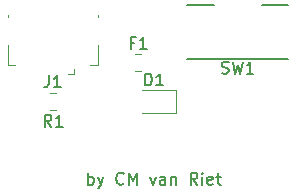
<source format=gbr>
G04 #@! TF.GenerationSoftware,KiCad,Pcbnew,(5.1.5)-3*
G04 #@! TF.CreationDate,2021-05-02T18:30:09+02:00*
G04 #@! TF.ProjectId,Stacked desk light,53746163-6b65-4642-9064-65736b206c69,rev?*
G04 #@! TF.SameCoordinates,Original*
G04 #@! TF.FileFunction,Legend,Top*
G04 #@! TF.FilePolarity,Positive*
%FSLAX46Y46*%
G04 Gerber Fmt 4.6, Leading zero omitted, Abs format (unit mm)*
G04 Created by KiCad (PCBNEW (5.1.5)-3) date 2021-05-02 18:30:09*
%MOMM*%
%LPD*%
G04 APERTURE LIST*
%ADD10C,0.150000*%
%ADD11C,0.120000*%
G04 APERTURE END LIST*
D10*
X94452380Y-106952380D02*
X94452380Y-105952380D01*
X94452380Y-106333333D02*
X94547619Y-106285714D01*
X94738095Y-106285714D01*
X94833333Y-106333333D01*
X94880952Y-106380952D01*
X94928571Y-106476190D01*
X94928571Y-106761904D01*
X94880952Y-106857142D01*
X94833333Y-106904761D01*
X94738095Y-106952380D01*
X94547619Y-106952380D01*
X94452380Y-106904761D01*
X95261904Y-106285714D02*
X95500000Y-106952380D01*
X95738095Y-106285714D02*
X95500000Y-106952380D01*
X95404761Y-107190476D01*
X95357142Y-107238095D01*
X95261904Y-107285714D01*
X97452380Y-106857142D02*
X97404761Y-106904761D01*
X97261904Y-106952380D01*
X97166666Y-106952380D01*
X97023809Y-106904761D01*
X96928571Y-106809523D01*
X96880952Y-106714285D01*
X96833333Y-106523809D01*
X96833333Y-106380952D01*
X96880952Y-106190476D01*
X96928571Y-106095238D01*
X97023809Y-106000000D01*
X97166666Y-105952380D01*
X97261904Y-105952380D01*
X97404761Y-106000000D01*
X97452380Y-106047619D01*
X97880952Y-106952380D02*
X97880952Y-105952380D01*
X98214285Y-106666666D01*
X98547619Y-105952380D01*
X98547619Y-106952380D01*
X99690476Y-106285714D02*
X99928571Y-106952380D01*
X100166666Y-106285714D01*
X100976190Y-106952380D02*
X100976190Y-106428571D01*
X100928571Y-106333333D01*
X100833333Y-106285714D01*
X100642857Y-106285714D01*
X100547619Y-106333333D01*
X100976190Y-106904761D02*
X100880952Y-106952380D01*
X100642857Y-106952380D01*
X100547619Y-106904761D01*
X100500000Y-106809523D01*
X100500000Y-106714285D01*
X100547619Y-106619047D01*
X100642857Y-106571428D01*
X100880952Y-106571428D01*
X100976190Y-106523809D01*
X101452380Y-106285714D02*
X101452380Y-106952380D01*
X101452380Y-106380952D02*
X101500000Y-106333333D01*
X101595238Y-106285714D01*
X101738095Y-106285714D01*
X101833333Y-106333333D01*
X101880952Y-106428571D01*
X101880952Y-106952380D01*
X103690476Y-106952380D02*
X103357142Y-106476190D01*
X103119047Y-106952380D02*
X103119047Y-105952380D01*
X103500000Y-105952380D01*
X103595238Y-106000000D01*
X103642857Y-106047619D01*
X103690476Y-106142857D01*
X103690476Y-106285714D01*
X103642857Y-106380952D01*
X103595238Y-106428571D01*
X103500000Y-106476190D01*
X103119047Y-106476190D01*
X104119047Y-106952380D02*
X104119047Y-106285714D01*
X104119047Y-105952380D02*
X104071428Y-106000000D01*
X104119047Y-106047619D01*
X104166666Y-106000000D01*
X104119047Y-105952380D01*
X104119047Y-106047619D01*
X104976190Y-106904761D02*
X104880952Y-106952380D01*
X104690476Y-106952380D01*
X104595238Y-106904761D01*
X104547619Y-106809523D01*
X104547619Y-106428571D01*
X104595238Y-106333333D01*
X104690476Y-106285714D01*
X104880952Y-106285714D01*
X104976190Y-106333333D01*
X105023809Y-106428571D01*
X105023809Y-106523809D01*
X104547619Y-106619047D01*
X105309523Y-106285714D02*
X105690476Y-106285714D01*
X105452380Y-105952380D02*
X105452380Y-106809523D01*
X105500000Y-106904761D01*
X105595238Y-106952380D01*
X105690476Y-106952380D01*
X105100000Y-91750000D02*
X102800000Y-91750000D01*
X111400000Y-91750000D02*
X109200000Y-91750000D01*
X111400000Y-96350000D02*
X102800000Y-96350000D01*
D11*
X98961252Y-95890000D02*
X98438748Y-95890000D01*
X98961252Y-97310000D02*
X98438748Y-97310000D01*
X93210000Y-97560000D02*
X93210000Y-97170000D01*
X93210000Y-97560000D02*
X92760000Y-97560000D01*
X87640000Y-96860000D02*
X88290000Y-96860000D01*
X87640000Y-95130000D02*
X87640000Y-96860000D01*
X95260000Y-92560000D02*
X95260000Y-92770000D01*
X87640000Y-92560000D02*
X87640000Y-92770000D01*
X95260000Y-95130000D02*
X95260000Y-96860000D01*
X95260000Y-96860000D02*
X94600000Y-96860000D01*
X91756252Y-99190000D02*
X91233748Y-99190000D01*
X91756252Y-100610000D02*
X91233748Y-100610000D01*
X101865000Y-98940000D02*
X99005000Y-98940000D01*
X101865000Y-100860000D02*
X101865000Y-98940000D01*
X99005000Y-100860000D02*
X101865000Y-100860000D01*
D10*
X105766666Y-97504761D02*
X105909523Y-97552380D01*
X106147619Y-97552380D01*
X106242857Y-97504761D01*
X106290476Y-97457142D01*
X106338095Y-97361904D01*
X106338095Y-97266666D01*
X106290476Y-97171428D01*
X106242857Y-97123809D01*
X106147619Y-97076190D01*
X105957142Y-97028571D01*
X105861904Y-96980952D01*
X105814285Y-96933333D01*
X105766666Y-96838095D01*
X105766666Y-96742857D01*
X105814285Y-96647619D01*
X105861904Y-96600000D01*
X105957142Y-96552380D01*
X106195238Y-96552380D01*
X106338095Y-96600000D01*
X106671428Y-96552380D02*
X106909523Y-97552380D01*
X107100000Y-96838095D01*
X107290476Y-97552380D01*
X107528571Y-96552380D01*
X108433333Y-97552380D02*
X107861904Y-97552380D01*
X108147619Y-97552380D02*
X108147619Y-96552380D01*
X108052380Y-96695238D01*
X107957142Y-96790476D01*
X107861904Y-96838095D01*
X98366666Y-94928571D02*
X98033333Y-94928571D01*
X98033333Y-95452380D02*
X98033333Y-94452380D01*
X98509523Y-94452380D01*
X99414285Y-95452380D02*
X98842857Y-95452380D01*
X99128571Y-95452380D02*
X99128571Y-94452380D01*
X99033333Y-94595238D01*
X98938095Y-94690476D01*
X98842857Y-94738095D01*
X91116666Y-97702380D02*
X91116666Y-98416666D01*
X91069047Y-98559523D01*
X90973809Y-98654761D01*
X90830952Y-98702380D01*
X90735714Y-98702380D01*
X92116666Y-98702380D02*
X91545238Y-98702380D01*
X91830952Y-98702380D02*
X91830952Y-97702380D01*
X91735714Y-97845238D01*
X91640476Y-97940476D01*
X91545238Y-97988095D01*
X91333333Y-102052380D02*
X91000000Y-101576190D01*
X90761904Y-102052380D02*
X90761904Y-101052380D01*
X91142857Y-101052380D01*
X91238095Y-101100000D01*
X91285714Y-101147619D01*
X91333333Y-101242857D01*
X91333333Y-101385714D01*
X91285714Y-101480952D01*
X91238095Y-101528571D01*
X91142857Y-101576190D01*
X90761904Y-101576190D01*
X92285714Y-102052380D02*
X91714285Y-102052380D01*
X92000000Y-102052380D02*
X92000000Y-101052380D01*
X91904761Y-101195238D01*
X91809523Y-101290476D01*
X91714285Y-101338095D01*
X99271904Y-98552380D02*
X99271904Y-97552380D01*
X99510000Y-97552380D01*
X99652857Y-97600000D01*
X99748095Y-97695238D01*
X99795714Y-97790476D01*
X99843333Y-97980952D01*
X99843333Y-98123809D01*
X99795714Y-98314285D01*
X99748095Y-98409523D01*
X99652857Y-98504761D01*
X99510000Y-98552380D01*
X99271904Y-98552380D01*
X100795714Y-98552380D02*
X100224285Y-98552380D01*
X100510000Y-98552380D02*
X100510000Y-97552380D01*
X100414761Y-97695238D01*
X100319523Y-97790476D01*
X100224285Y-97838095D01*
M02*

</source>
